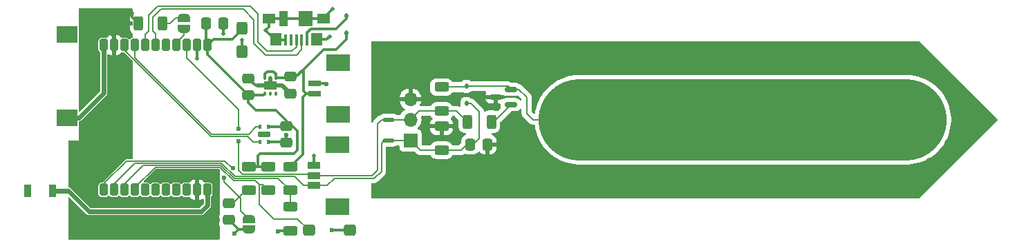
<source format=gtl>
%TF.GenerationSoftware,KiCad,Pcbnew,8.0.2*%
%TF.CreationDate,2024-06-14T11:54:08+02:00*%
%TF.ProjectId,LoraSensor,4c6f7261-5365-46e7-936f-722e6b696361,rev?*%
%TF.SameCoordinates,Original*%
%TF.FileFunction,Copper,L1,Top*%
%TF.FilePolarity,Positive*%
%FSLAX46Y46*%
G04 Gerber Fmt 4.6, Leading zero omitted, Abs format (unit mm)*
G04 Created by KiCad (PCBNEW 8.0.2) date 2024-06-14 11:54:08*
%MOMM*%
%LPD*%
G01*
G04 APERTURE LIST*
G04 Aperture macros list*
%AMRoundRect*
0 Rectangle with rounded corners*
0 $1 Rounding radius*
0 $2 $3 $4 $5 $6 $7 $8 $9 X,Y pos of 4 corners*
0 Add a 4 corners polygon primitive as box body*
4,1,4,$2,$3,$4,$5,$6,$7,$8,$9,$2,$3,0*
0 Add four circle primitives for the rounded corners*
1,1,$1+$1,$2,$3*
1,1,$1+$1,$4,$5*
1,1,$1+$1,$6,$7*
1,1,$1+$1,$8,$9*
0 Add four rect primitives between the rounded corners*
20,1,$1+$1,$2,$3,$4,$5,0*
20,1,$1+$1,$4,$5,$6,$7,0*
20,1,$1+$1,$6,$7,$8,$9,0*
20,1,$1+$1,$8,$9,$2,$3,0*%
%AMFreePoly0*
4,1,19,0.500000,-0.750000,0.000000,-0.750000,0.000000,-0.744911,-0.071157,-0.744911,-0.207708,-0.704816,-0.327430,-0.627875,-0.420627,-0.520320,-0.479746,-0.390866,-0.500000,-0.250000,-0.500000,0.250000,-0.479746,0.390866,-0.420627,0.520320,-0.327430,0.627875,-0.207708,0.704816,-0.071157,0.744911,0.000000,0.744911,0.000000,0.750000,0.500000,0.750000,0.500000,-0.750000,0.500000,-0.750000,
$1*%
%AMFreePoly1*
4,1,19,0.000000,0.744911,0.071157,0.744911,0.207708,0.704816,0.327430,0.627875,0.420627,0.520320,0.479746,0.390866,0.500000,0.250000,0.500000,-0.250000,0.479746,-0.390866,0.420627,-0.520320,0.327430,-0.627875,0.207708,-0.704816,0.071157,-0.744911,0.000000,-0.744911,0.000000,-0.750000,-0.500000,-0.750000,-0.500000,0.750000,0.000000,0.750000,0.000000,0.744911,0.000000,0.744911,
$1*%
G04 Aperture macros list end*
%TA.AperFunction,EtchedComponent*%
%ADD10C,0.000000*%
%TD*%
%TA.AperFunction,SMDPad,CuDef*%
%ADD11RoundRect,0.250000X0.625000X-0.312500X0.625000X0.312500X-0.625000X0.312500X-0.625000X-0.312500X0*%
%TD*%
%TA.AperFunction,SMDPad,CuDef*%
%ADD12RoundRect,0.349250X-0.412750X-0.349250X0.412750X-0.349250X0.412750X0.349250X-0.412750X0.349250X0*%
%TD*%
%TA.AperFunction,SMDPad,CuDef*%
%ADD13C,0.500000*%
%TD*%
%TA.AperFunction,SMDPad,CuDef*%
%ADD14RoundRect,0.250000X0.250000X0.500000X-0.250000X0.500000X-0.250000X-0.500000X0.250000X-0.500000X0*%
%TD*%
%TA.AperFunction,SMDPad,CuDef*%
%ADD15RoundRect,0.250000X-0.425000X0.537500X-0.425000X-0.537500X0.425000X-0.537500X0.425000X0.537500X0*%
%TD*%
%TA.AperFunction,SMDPad,CuDef*%
%ADD16RoundRect,0.250000X-0.312500X-0.625000X0.312500X-0.625000X0.312500X0.625000X-0.312500X0.625000X0*%
%TD*%
%TA.AperFunction,SMDPad,CuDef*%
%ADD17FreePoly0,270.000000*%
%TD*%
%TA.AperFunction,SMDPad,CuDef*%
%ADD18FreePoly1,270.000000*%
%TD*%
%TA.AperFunction,HeatsinkPad*%
%ADD19R,1.600000X1.000000*%
%TD*%
%TA.AperFunction,SMDPad,CuDef*%
%ADD20RoundRect,0.075000X0.075000X-0.150000X0.075000X0.150000X-0.075000X0.150000X-0.075000X-0.150000X0*%
%TD*%
%TA.AperFunction,SMDPad,CuDef*%
%ADD21RoundRect,0.112500X0.112500X-0.187500X0.112500X0.187500X-0.112500X0.187500X-0.112500X-0.187500X0*%
%TD*%
%TA.AperFunction,SMDPad,CuDef*%
%ADD22RoundRect,0.250000X-0.625000X0.312500X-0.625000X-0.312500X0.625000X-0.312500X0.625000X0.312500X0*%
%TD*%
%TA.AperFunction,SMDPad,CuDef*%
%ADD23R,0.450000X1.380000*%
%TD*%
%TA.AperFunction,SMDPad,CuDef*%
%ADD24R,1.650000X1.300000*%
%TD*%
%TA.AperFunction,SMDPad,CuDef*%
%ADD25R,1.425000X1.550000*%
%TD*%
%TA.AperFunction,SMDPad,CuDef*%
%ADD26R,1.800000X1.900000*%
%TD*%
%TA.AperFunction,SMDPad,CuDef*%
%ADD27R,1.000000X1.900000*%
%TD*%
%TA.AperFunction,SMDPad,CuDef*%
%ADD28R,3.000000X2.100000*%
%TD*%
%TA.AperFunction,SMDPad,CuDef*%
%ADD29R,1.600000X0.800000*%
%TD*%
%TA.AperFunction,SMDPad,CuDef*%
%ADD30R,0.863600X1.600200*%
%TD*%
%TA.AperFunction,ComponentPad*%
%ADD31R,1.700000X1.700000*%
%TD*%
%TA.AperFunction,ComponentPad*%
%ADD32O,1.700000X1.700000*%
%TD*%
%TA.AperFunction,SMDPad,CuDef*%
%ADD33RoundRect,0.250000X-0.337500X-0.475000X0.337500X-0.475000X0.337500X0.475000X-0.337500X0.475000X0*%
%TD*%
%TA.AperFunction,SMDPad,CuDef*%
%ADD34R,2.997200X2.108200*%
%TD*%
%TA.AperFunction,SMDPad,CuDef*%
%ADD35R,1.600200X0.812800*%
%TD*%
%TA.AperFunction,SMDPad,CuDef*%
%ADD36RoundRect,0.250000X-0.475000X0.337500X-0.475000X-0.337500X0.475000X-0.337500X0.475000X0.337500X0*%
%TD*%
%TA.AperFunction,SMDPad,CuDef*%
%ADD37R,2.500000X2.000000*%
%TD*%
%TA.AperFunction,SMDPad,CuDef*%
%ADD38O,50.000000X10.000000*%
%TD*%
%TA.AperFunction,SMDPad,CuDef*%
%ADD39RoundRect,0.250000X0.475000X-0.337500X0.475000X0.337500X-0.475000X0.337500X-0.475000X-0.337500X0*%
%TD*%
%TA.AperFunction,SMDPad,CuDef*%
%ADD40RoundRect,0.250000X0.337500X0.475000X-0.337500X0.475000X-0.337500X-0.475000X0.337500X-0.475000X0*%
%TD*%
%TA.AperFunction,SMDPad,CuDef*%
%ADD41RoundRect,0.087500X-0.087500X0.187500X-0.087500X-0.187500X0.087500X-0.187500X0.087500X0.187500X0*%
%TD*%
%TA.AperFunction,SMDPad,CuDef*%
%ADD42RoundRect,0.175000X-0.625000X0.175000X-0.625000X-0.175000X0.625000X-0.175000X0.625000X0.175000X0*%
%TD*%
%TA.AperFunction,SMDPad,CuDef*%
%ADD43RoundRect,0.150000X0.587500X0.150000X-0.587500X0.150000X-0.587500X-0.150000X0.587500X-0.150000X0*%
%TD*%
%TA.AperFunction,SMDPad,CuDef*%
%ADD44FreePoly1,90.000000*%
%TD*%
%TA.AperFunction,SMDPad,CuDef*%
%ADD45FreePoly0,90.000000*%
%TD*%
%TA.AperFunction,ViaPad*%
%ADD46C,0.600000*%
%TD*%
%TA.AperFunction,ViaPad*%
%ADD47C,0.500000*%
%TD*%
%TA.AperFunction,Conductor*%
%ADD48C,0.127000*%
%TD*%
%TA.AperFunction,Conductor*%
%ADD49C,0.304800*%
%TD*%
%TA.AperFunction,Conductor*%
%ADD50C,0.508000*%
%TD*%
%TA.AperFunction,Conductor*%
%ADD51C,0.200000*%
%TD*%
%TA.AperFunction,Conductor*%
%ADD52C,0.609600*%
%TD*%
G04 APERTURE END LIST*
D10*
%TA.AperFunction,EtchedComponent*%
%TO.C,NT1*%
G36*
X191889000Y-76450000D02*
G01*
X190889000Y-76450000D01*
X190889000Y-75950000D01*
X191889000Y-75950000D01*
X191889000Y-76450000D01*
G37*
%TD.AperFunction*%
%TA.AperFunction,EtchedComponent*%
%TO.C,NT2*%
G36*
X191889000Y-73910000D02*
G01*
X190889000Y-73910000D01*
X190889000Y-73410000D01*
X191889000Y-73410000D01*
X191889000Y-73910000D01*
G37*
%TD.AperFunction*%
%TD*%
D11*
%TO.P,R3,1*%
%TO.N,/BTN*%
X176657000Y-82361500D03*
%TO.P,R3,2*%
%TO.N,+3V3*%
X176657000Y-79436500D03*
%TD*%
D12*
%TO.P,SW1,2,2*%
%TO.N,GND*%
X186610000Y-87249000D03*
%TO.P,SW1,1,1*%
%TO.N,/BTN*%
X181610000Y-87249000D03*
%TD*%
D13*
%TO.P,NT1,1,1*%
%TO.N,/SENSE*%
X190889000Y-76200000D03*
%TO.P,NT1,2,2*%
%TO.N,/SENSE_SENSOR*%
X191889000Y-76200000D03*
%TD*%
D14*
%TO.P,U3,1,2.4G_Ant*%
%TO.N,Net-(AE1-FEED)*%
X169189400Y-82270600D03*
%TO.P,U3,2,GND*%
%TO.N,GND*%
X167919400Y-82270600D03*
%TO.P,U3,3,GPIO7*%
%TO.N,unconnected-(U3-GPIO7-Pad3)*%
X166649400Y-82270600D03*
%TO.P,U3,4,GPIO6*%
%TO.N,unconnected-(U3-GPIO6-Pad4)*%
X165379400Y-82270600D03*
%TO.P,U3,5,GPIO5*%
%TO.N,unconnected-(U3-GPIO5-Pad5)*%
X164109400Y-82270600D03*
%TO.P,U3,6,GPIO4*%
%TO.N,unconnected-(U3-GPIO4-Pad6)*%
X162839400Y-82270600D03*
%TO.P,U3,7,GPIO3*%
%TO.N,unconnected-(U3-GPIO3-Pad7)*%
X161569400Y-82270600D03*
%TO.P,U3,8,GPIO2*%
%TO.N,/BTN*%
X160299400Y-82270600D03*
%TO.P,U3,9,GPIO1*%
%TO.N,/BATSENSE*%
X159029400Y-82270600D03*
%TO.P,U3,10,GPIO0*%
%TO.N,/SENSE*%
X157759400Y-82270600D03*
%TO.P,U3,11,EN*%
%TO.N,/EN*%
X156489400Y-82270600D03*
%TO.P,U3,12,VDD*%
%TO.N,+3V3*%
X169189400Y-64490600D03*
%TO.P,U3,13,GND*%
%TO.N,GND*%
X167919400Y-64490600D03*
%TO.P,U3,14,GPIO10*%
%TO.N,/PWM*%
X166649400Y-64490600D03*
%TO.P,U3,15,GPIO9*%
%TO.N,/GPIO9*%
X165379400Y-64490600D03*
%TO.P,U3,16,GPIO8*%
%TO.N,unconnected-(U3-GPIO8-Pad16)*%
X164109400Y-64490600D03*
%TO.P,U3,17,GPIO18_DN*%
%TO.N,/DN*%
X162839400Y-64490600D03*
%TO.P,U3,18,GPIO19_DP*%
%TO.N,/DP*%
X161569400Y-64490600D03*
%TO.P,U3,19,GPIO20_RXD*%
%TO.N,/SCL*%
X160299400Y-64490600D03*
%TO.P,U3,20,GPIO21_TXD*%
%TO.N,/SDA*%
X159029400Y-64490600D03*
%TO.P,U3,21,GND*%
%TO.N,GND*%
X157759400Y-64490600D03*
%TO.P,U3,22,LoRa_Ant*%
%TO.N,Net-(AE2-FEED)*%
X156489400Y-64490600D03*
%TD*%
D15*
%TO.P,C3,1*%
%TO.N,+3V3*%
X173405800Y-62443500D03*
%TO.P,C3,2*%
%TO.N,GND*%
X173405800Y-65318500D03*
%TD*%
D13*
%TO.P,NT2,1,1*%
%TO.N,/PWM*%
X190889000Y-73660000D03*
%TO.P,NT2,2,2*%
%TO.N,/PWM_SENSOR*%
X191889000Y-73660000D03*
%TD*%
D16*
%TO.P,R7,1*%
%TO.N,/PWM_SENSOR*%
X201037000Y-73914000D03*
%TO.P,R7,2*%
%TO.N,Net-(Q1-B)*%
X203962000Y-73914000D03*
%TD*%
D17*
%TO.P,JP2,1,A*%
%TO.N,Net-(JP2-A)*%
X166293800Y-61173600D03*
D18*
%TO.P,JP2,2,B*%
%TO.N,/GPIO9*%
X166293800Y-62473600D03*
%TD*%
D19*
%TO.P,U1,7,PAD*%
%TO.N,GND*%
X176896000Y-69484000D03*
D20*
%TO.P,U1,6,IN*%
%TO.N,VIN*%
X176246000Y-68509000D03*
%TO.P,U1,5,GND*%
%TO.N,GND*%
X176896000Y-68509000D03*
%TO.P,U1,4,EN*%
%TO.N,VIN*%
X177546000Y-68509000D03*
%TO.P,U1,3,PG*%
%TO.N,unconnected-(U1-PG-Pad3)*%
X177546000Y-70459000D03*
%TO.P,U1,2,FB_NC*%
%TO.N,unconnected-(U1-FB_NC-Pad2)*%
X176896000Y-70459000D03*
%TO.P,U1,1,OUT*%
%TO.N,+3V3*%
X176246000Y-70459000D03*
%TD*%
D16*
%TO.P,R8,1*%
%TO.N,GND*%
X160767300Y-61849000D03*
%TO.P,R8,2*%
%TO.N,Net-(JP2-A)*%
X163692300Y-61849000D03*
%TD*%
D11*
%TO.P,R6,1*%
%TO.N,/SENSE_SENSOR*%
X197866000Y-77408500D03*
%TO.P,R6,2*%
%TO.N,GND*%
X197866000Y-74483500D03*
%TD*%
D21*
%TO.P,D1,1,K*%
%TO.N,VIN*%
X186182000Y-63026000D03*
%TO.P,D1,2,A*%
%TO.N,VBUS*%
X186182000Y-60926000D03*
%TD*%
D22*
%TO.P,R1,1*%
%TO.N,VIN*%
X179324000Y-79436500D03*
%TO.P,R1,2*%
%TO.N,/BATSENSE*%
X179324000Y-82361500D03*
%TD*%
D23*
%TO.P,J2,1,VBUS*%
%TO.N,VBUS*%
X181386000Y-63883600D03*
%TO.P,J2,2,D-*%
%TO.N,/DN*%
X180736000Y-63883600D03*
%TO.P,J2,3,D+*%
%TO.N,/DP*%
X180086000Y-63883600D03*
%TO.P,J2,4,ID*%
%TO.N,unconnected-(J2-ID-Pad4)*%
X179436000Y-63883600D03*
%TO.P,J2,5,GND*%
%TO.N,GND*%
X178786000Y-63883600D03*
D24*
%TO.P,J2,6,Shield*%
X183461000Y-61223600D03*
D25*
X182573500Y-63798600D03*
D26*
X181236000Y-61223600D03*
D27*
X178536000Y-61223600D03*
D25*
X177598500Y-63798600D03*
D24*
X176711000Y-61223600D03*
%TD*%
D28*
%TO.P,J1,*%
%TO.N,*%
X185185000Y-66675000D03*
X185185000Y-73025000D03*
D29*
%TO.P,J1,1,Pin_1*%
%TO.N,VIN*%
X182285000Y-70475000D03*
%TO.P,J1,2,Pin_2*%
%TO.N,GND*%
X182285000Y-69225000D03*
%TD*%
D30*
%TO.P,AE1,1,FEED*%
%TO.N,Net-(AE1-FEED)*%
X150266201Y-82397600D03*
%TO.P,AE1,2,PCB_Trace*%
%TO.N,unconnected-(AE1-PCB_Trace-Pad2)*%
X147218599Y-82397600D03*
%TD*%
D31*
%TO.P,J6,1,Pin_1*%
%TO.N,/SENSE_SENSOR*%
X194056000Y-76200000D03*
D32*
%TO.P,J6,2,Pin_2*%
%TO.N,/PWM_SENSOR*%
X194056000Y-73660000D03*
%TO.P,J6,3,Pin_3*%
%TO.N,GND*%
X194056000Y-71120000D03*
%TD*%
D11*
%TO.P,R5,1*%
%TO.N,/PWM_SENSOR*%
X197866000Y-72582500D03*
%TO.P,R5,2*%
%TO.N,/CAP*%
X197866000Y-69657500D03*
%TD*%
D33*
%TO.P,C5,1*%
%TO.N,/SENSE_SENSOR*%
X201400500Y-76708000D03*
%TO.P,C5,2*%
%TO.N,GND*%
X203475500Y-76708000D03*
%TD*%
D21*
%TO.P,D2,1,K*%
%TO.N,/SENSE_SENSOR*%
X200914000Y-71662000D03*
%TO.P,D2,2,A*%
%TO.N,/CAP*%
X200914000Y-69562000D03*
%TD*%
D34*
%TO.P,J5,*%
%TO.N,*%
X185154499Y-84318000D03*
X185154499Y-76718000D03*
D35*
%TO.P,J5,1,Pin_1*%
%TO.N,/SENSE*%
X182254500Y-81768000D03*
%TO.P,J5,2,Pin_2*%
%TO.N,/PWM*%
X182254500Y-80518000D03*
%TO.P,J5,3,Pin_3*%
%TO.N,GND*%
X182254500Y-79268000D03*
%TD*%
D36*
%TO.P,C1,2*%
%TO.N,+3V3*%
X174210000Y-70648500D03*
%TO.P,C1,1*%
%TO.N,GND*%
X174210000Y-68573500D03*
%TD*%
D11*
%TO.P,R2,2*%
%TO.N,/BATSENSE*%
X179324000Y-84389500D03*
%TO.P,R2,1*%
%TO.N,GND*%
X179324000Y-87314500D03*
%TD*%
D37*
%TO.P,AE2,1,FEED*%
%TO.N,Net-(AE2-FEED)*%
X151978000Y-73400600D03*
%TO.P,AE2,2,PCB_Trace*%
%TO.N,unconnected-(AE2-PCB_Trace-Pad2)*%
X151978000Y-63200600D03*
%TD*%
D38*
%TO.P,J4,1,Pin_1*%
%TO.N,/CAP*%
X234760000Y-73660000D03*
%TD*%
D39*
%TO.P,C2,2*%
%TO.N,VIN*%
X179324000Y-68389501D03*
%TO.P,C2,1*%
%TO.N,GND*%
X179324000Y-70464501D03*
%TD*%
D40*
%TO.P,C4,1*%
%TO.N,GND*%
X171141300Y-61849000D03*
%TO.P,C4,2*%
%TO.N,+3V3*%
X169066300Y-61849000D03*
%TD*%
D41*
%TO.P,U2,1,VDD*%
%TO.N,+3V3*%
X176645750Y-74549000D03*
%TO.P,U2,2,SCL*%
%TO.N,/SCL*%
X175645750Y-74549000D03*
%TO.P,U2,3,SDA*%
%TO.N,/SDA*%
X175645750Y-76399000D03*
%TO.P,U2,4,VSS*%
%TO.N,GND*%
X176645750Y-76399000D03*
D42*
%TO.P,U2,5,NC*%
%TO.N,unconnected-(U2-NC-Pad5)*%
X176145750Y-75474000D03*
%TD*%
D39*
%TO.P,C6,1*%
%TO.N,GND*%
X171831000Y-86000500D03*
%TO.P,C6,2*%
%TO.N,/EN*%
X171831000Y-83925500D03*
%TD*%
D43*
%TO.P,Q1,1,B*%
%TO.N,Net-(Q1-B)*%
X206345000Y-71816000D03*
%TO.P,Q1,2,E*%
%TO.N,/CAP*%
X206345000Y-69916000D03*
%TO.P,Q1,3,C*%
%TO.N,GND*%
X204470000Y-70866000D03*
%TD*%
D11*
%TO.P,R9,1*%
%TO.N,/EN*%
X174244000Y-82361500D03*
%TO.P,R9,2*%
%TO.N,+3V3*%
X174244000Y-79436500D03*
%TD*%
D36*
%TO.P,C7,1*%
%TO.N,+3V3*%
X178812750Y-74436500D03*
%TO.P,C7,2*%
%TO.N,GND*%
X178812750Y-76511500D03*
%TD*%
D44*
%TO.P,JP1,2,B*%
%TO.N,/EN*%
X174244000Y-85837000D03*
D45*
%TO.P,JP1,1,A*%
%TO.N,GND*%
X174244000Y-87137000D03*
%TD*%
D46*
%TO.N,GND*%
X172466000Y-87630000D03*
X177800000Y-87376000D03*
X178816000Y-75565000D03*
%TO.N,/PWM*%
X172974000Y-74803000D03*
X172974000Y-76327000D03*
%TO.N,GND*%
X184404000Y-87249000D03*
D47*
X155702000Y-88138000D03*
X159969200Y-60553600D03*
X155448000Y-70104000D03*
X159512000Y-84074000D03*
X153924000Y-71628000D03*
X157302200Y-67614800D03*
X166370000Y-88138000D03*
X155194000Y-74930000D03*
X152654000Y-77978000D03*
X166878000Y-80772000D03*
X159258000Y-85852000D03*
X153847800Y-63404750D03*
X169418000Y-88138000D03*
X154686000Y-85852000D03*
X157734000Y-74930000D03*
X163322000Y-84074000D03*
X176276000Y-62677600D03*
X154838400Y-62407800D03*
X158750000Y-88138000D03*
X155702000Y-84074000D03*
X153847800Y-70485000D03*
X168656000Y-88138000D03*
X163322000Y-88138000D03*
X156464000Y-75946000D03*
X157276800Y-61468000D03*
X167132000Y-88138000D03*
X161036000Y-84074000D03*
X161798000Y-88138000D03*
X153416000Y-84836000D03*
X163068000Y-85852000D03*
X152400000Y-85852000D03*
X167894000Y-88138000D03*
X184525597Y-60046135D03*
X157734000Y-85852000D03*
X164846000Y-88138000D03*
X155448000Y-86868000D03*
X157302200Y-69138800D03*
X170180000Y-84328000D03*
X156514800Y-71501000D03*
X152908000Y-84328000D03*
X153847800Y-66929000D03*
X166878000Y-85852000D03*
X159181800Y-68707002D03*
X153847800Y-74168000D03*
X157302200Y-66852800D03*
X153924000Y-78740000D03*
X153416000Y-88138000D03*
X157734000Y-73152000D03*
X170180000Y-85852000D03*
X154178000Y-80518000D03*
X167640000Y-86868000D03*
X162814000Y-80772000D03*
X205740000Y-76708000D03*
X152400000Y-88138000D03*
X159181800Y-70315668D03*
X158165800Y-67966166D03*
X163830000Y-85852000D03*
X156210000Y-85852000D03*
X152400000Y-83820000D03*
X163068000Y-86868000D03*
X158191200Y-66751200D03*
X157022800Y-62738000D03*
X158750000Y-84074000D03*
X154940000Y-88138000D03*
X157988000Y-88138000D03*
X154432000Y-83312000D03*
X159512000Y-74676000D03*
X158496000Y-85852000D03*
X154609800Y-69596000D03*
X155600400Y-65455800D03*
X157988000Y-76708000D03*
X159512000Y-76708000D03*
X154609800Y-60833000D03*
X152654000Y-80264000D03*
X202692000Y-70866000D03*
X155498800Y-72517000D03*
X152400000Y-87376000D03*
X170180000Y-81788000D03*
X158927800Y-65913000D03*
X153847800Y-75057000D03*
X184150000Y-63439600D03*
X164846000Y-80772000D03*
X160020000Y-85852000D03*
X155600400Y-69342000D03*
X157480000Y-79248000D03*
X167640000Y-85852000D03*
X152654000Y-79502000D03*
X164592000Y-85852000D03*
X167894000Y-80518000D03*
X153847800Y-65166875D03*
X157226000Y-84074000D03*
X156514800Y-60706000D03*
X159004000Y-86868000D03*
X154940000Y-70612000D03*
X157226000Y-86868000D03*
D46*
X183743600Y-69240400D03*
D47*
X152654000Y-77216000D03*
X156083000Y-62077600D03*
X155600400Y-67056000D03*
X161036000Y-86868000D03*
X175330600Y-69469500D03*
X155194000Y-79248000D03*
X156006800Y-72009000D03*
X156972000Y-85852000D03*
X159512000Y-75692000D03*
X160274000Y-88138000D03*
X153847800Y-68691125D03*
X154990800Y-73025000D03*
X182245000Y-78105000D03*
X162306000Y-85852000D03*
X167132000Y-84074000D03*
X170180000Y-83566000D03*
X169672000Y-85090000D03*
X152400000Y-86614000D03*
X154482800Y-73533000D03*
X161036000Y-88138000D03*
X152400000Y-85090000D03*
X163830000Y-80772000D03*
X158242000Y-78486000D03*
X162560000Y-88138000D03*
X158165800Y-71374000D03*
X168910000Y-80772000D03*
X153416000Y-82296000D03*
X155956000Y-80772000D03*
X167944800Y-66167000D03*
X173405800Y-63881000D03*
X156464000Y-88138000D03*
X161544000Y-85852000D03*
X152654000Y-78740000D03*
X166116000Y-85852000D03*
X155448000Y-85852000D03*
X170180000Y-87376000D03*
X170180000Y-88138000D03*
X168402000Y-85852000D03*
X157302200Y-66090800D03*
X199390000Y-74676000D03*
X154584400Y-66040000D03*
X171119800Y-63101600D03*
X157937200Y-62331600D03*
X153924000Y-82804000D03*
X153670000Y-86868000D03*
X161798000Y-84074000D03*
X157302200Y-70662800D03*
X157226000Y-88138000D03*
X155600400Y-68580000D03*
X165608000Y-88138000D03*
X157302200Y-69900800D03*
X152908000Y-81788000D03*
X160782000Y-85852000D03*
X156464000Y-84074000D03*
X164084000Y-88138000D03*
X159512000Y-72644000D03*
X169926000Y-80772000D03*
X157302200Y-68376800D03*
X159512000Y-73660000D03*
X159512000Y-71628000D03*
X152654000Y-76454000D03*
X167894000Y-84074000D03*
X153924000Y-75946000D03*
X157988000Y-84074000D03*
X155194000Y-81534000D03*
X164846000Y-84074000D03*
X165354000Y-86868000D03*
X160274000Y-84074000D03*
X156718000Y-80010000D03*
X166370000Y-84074000D03*
X170180000Y-86614000D03*
X159258000Y-77978000D03*
X156718000Y-77978000D03*
X155600400Y-66294000D03*
X164084000Y-84074000D03*
X156464000Y-74168000D03*
X159181800Y-67098336D03*
X169164000Y-85598000D03*
X154432000Y-71120000D03*
X153416000Y-76708000D03*
X153847800Y-61642625D03*
X155371800Y-64033400D03*
X155371800Y-64770000D03*
X165608000Y-84074000D03*
X158165800Y-69511332D03*
X162560000Y-84074000D03*
X154178000Y-88138000D03*
X158038800Y-60706000D03*
X153924000Y-85344000D03*
X155600400Y-67818000D03*
X165354000Y-85852000D03*
X155524200Y-63220600D03*
X154609800Y-67818000D03*
X154940000Y-83820000D03*
X152654000Y-81026000D03*
X165862000Y-80772000D03*
X159512000Y-88138000D03*
X154940000Y-77216000D03*
D46*
%TO.N,/EN*%
X172339000Y-79629000D03*
X171196000Y-80772000D03*
%TD*%
D48*
%TO.N,/EN*%
X173228000Y-84821000D02*
X174244000Y-85837000D01*
X173101000Y-83185000D02*
X173228000Y-83312000D01*
X173228000Y-83312000D02*
X173228000Y-84821000D01*
X172360500Y-83925500D02*
X173101000Y-83185000D01*
X171831000Y-83925500D02*
X172360500Y-83925500D01*
D49*
%TO.N,GND*%
X172474500Y-87630000D02*
X172466000Y-87630000D01*
X172967500Y-87137000D02*
X172474500Y-87630000D01*
X172967500Y-87137000D02*
X174244000Y-87137000D01*
X171831000Y-86000500D02*
X172967500Y-87137000D01*
D48*
%TO.N,/PWM*%
X190500000Y-73660000D02*
X190889000Y-73660000D01*
X189992000Y-74168000D02*
X190500000Y-73660000D01*
X189357000Y-80518000D02*
X189992000Y-79883000D01*
X182254500Y-80518000D02*
X189357000Y-80518000D01*
X189992000Y-79883000D02*
X189992000Y-74168000D01*
%TO.N,/SENSE*%
X190500000Y-76589000D02*
X190889000Y-76200000D01*
X190500000Y-80010000D02*
X190500000Y-76589000D01*
X184753003Y-80899000D02*
X189611000Y-80899000D01*
X182254500Y-81768000D02*
X183884003Y-81768000D01*
X183884003Y-81768000D02*
X184753003Y-80899000D01*
X189611000Y-80899000D02*
X190500000Y-80010000D01*
D49*
%TO.N,GND*%
X170285500Y-87270500D02*
X170180000Y-87376000D01*
D48*
%TO.N,/EN*%
X171196000Y-81280000D02*
X173101000Y-83185000D01*
X171196000Y-80772000D02*
X171196000Y-81280000D01*
X173924500Y-82361500D02*
X173101000Y-83185000D01*
X174244000Y-82361500D02*
X173924500Y-82361500D01*
D49*
%TO.N,GND*%
X174110500Y-87270500D02*
X174244000Y-87137000D01*
X177861500Y-87314500D02*
X177800000Y-87376000D01*
X179324000Y-87314500D02*
X177861500Y-87314500D01*
D48*
%TO.N,/BTN*%
X175956500Y-81661000D02*
X176657000Y-82361500D01*
X175514000Y-81661000D02*
X175956500Y-81661000D01*
X180213000Y-85852000D02*
X181610000Y-87249000D01*
X177292000Y-85852000D02*
X180213000Y-85852000D01*
X175514000Y-84074000D02*
X177292000Y-85852000D01*
X175006000Y-81153000D02*
X175514000Y-81661000D01*
X172375954Y-81153000D02*
X175006000Y-81153000D01*
X170724954Y-79502000D02*
X172375954Y-81153000D01*
X162814000Y-79502000D02*
X170724954Y-79502000D01*
X160299400Y-82270600D02*
X160299400Y-82016600D01*
X175514000Y-81661000D02*
X175514000Y-84074000D01*
X160299400Y-82016600D02*
X162814000Y-79502000D01*
%TO.N,/BATSENSE*%
X179324000Y-82361500D02*
X179324000Y-84389500D01*
X177861500Y-80899000D02*
X179324000Y-82361500D01*
X172481164Y-80899000D02*
X177861500Y-80899000D01*
X170830164Y-79248000D02*
X172481164Y-80899000D01*
X159029400Y-81520600D02*
X161302000Y-79248000D01*
X161302000Y-79248000D02*
X170830164Y-79248000D01*
X159029400Y-82270600D02*
X159029400Y-81520600D01*
D49*
%TO.N,+3V3*%
X179768500Y-77851000D02*
X175641000Y-77851000D01*
X180213000Y-77406500D02*
X179768500Y-77851000D01*
X180213000Y-75057000D02*
X180213000Y-77406500D01*
X175641000Y-77851000D02*
X175387000Y-78105000D01*
X179592500Y-74436500D02*
X180213000Y-75057000D01*
X178812750Y-74436500D02*
X179592500Y-74436500D01*
X175387000Y-78105000D02*
X175387000Y-79436500D01*
X175387000Y-79436500D02*
X174244000Y-79436500D01*
X176657000Y-79436500D02*
X175387000Y-79436500D01*
X176911000Y-79436500D02*
X176911000Y-79375000D01*
%TO.N,GND*%
X178812750Y-75568250D02*
X178816000Y-75565000D01*
X178812750Y-76511500D02*
X178812750Y-75568250D01*
D48*
%TO.N,/SENSE*%
X180955000Y-81768000D02*
X182254500Y-81768000D01*
X160286000Y-78994000D02*
X170935374Y-78994000D01*
X170935374Y-78994000D02*
X172586374Y-80645000D01*
X157759400Y-81520600D02*
X160286000Y-78994000D01*
X179832000Y-80645000D02*
X180955000Y-81768000D01*
X157759400Y-82270600D02*
X157759400Y-81520600D01*
X172586374Y-80645000D02*
X179832000Y-80645000D01*
%TO.N,/EN*%
X156489400Y-81508600D02*
X156489400Y-82270600D01*
X159258000Y-78740000D02*
X156489400Y-81508600D01*
X171323000Y-78740000D02*
X159258000Y-78740000D01*
X172339000Y-79629000D02*
X172212000Y-79629000D01*
X172212000Y-79629000D02*
X171323000Y-78740000D01*
%TO.N,/PWM*%
X182127500Y-80391000D02*
X182254500Y-80518000D01*
X172974000Y-79883000D02*
X173482000Y-80391000D01*
X172974000Y-76327000D02*
X172974000Y-79883000D01*
X173482000Y-80391000D02*
X182127500Y-80391000D01*
X172974000Y-72390000D02*
X172974000Y-74803000D01*
X170180000Y-69596000D02*
X172974000Y-72390000D01*
%TO.N,/SCL*%
X169701010Y-75438000D02*
X174244000Y-75438000D01*
X174244000Y-75438000D02*
X175133000Y-74549000D01*
X160299400Y-66036390D02*
X169701010Y-75438000D01*
X160299400Y-64490600D02*
X160299400Y-66036390D01*
X175133000Y-74549000D02*
X175645750Y-74549000D01*
%TO.N,/SDA*%
X174117000Y-75692000D02*
X174824000Y-76399000D01*
X174824000Y-76399000D02*
X175645750Y-76399000D01*
X159029400Y-65125600D02*
X169595800Y-75692000D01*
X169595800Y-75692000D02*
X174117000Y-75692000D01*
X159029400Y-64490600D02*
X159029400Y-65125600D01*
D49*
%TO.N,VIN*%
X180848000Y-77912500D02*
X179324000Y-79436500D01*
X180848000Y-70896800D02*
X180848000Y-77912500D01*
X181269800Y-70475000D02*
X180848000Y-70896800D01*
%TO.N,+3V3*%
X178812750Y-73783750D02*
X178812750Y-74436500D01*
X175133000Y-72517000D02*
X177546000Y-72517000D01*
X177546000Y-72517000D02*
X178812750Y-73783750D01*
X174210000Y-71594000D02*
X175133000Y-72517000D01*
X174210000Y-70648500D02*
X174210000Y-71594000D01*
X169189400Y-65627900D02*
X174210000Y-70648500D01*
X169189400Y-64490600D02*
X169189400Y-65627900D01*
%TO.N,VIN*%
X184912000Y-65024000D02*
X183388000Y-65024000D01*
X186182000Y-63754000D02*
X184912000Y-65024000D01*
X186182000Y-63026000D02*
X186182000Y-63754000D01*
X183388000Y-65024000D02*
X180949600Y-67462400D01*
X180022499Y-68389501D02*
X180949600Y-67462400D01*
X179324000Y-68389501D02*
X180022499Y-68389501D01*
X179324000Y-68389501D02*
X179324000Y-68199000D01*
X179324000Y-68389501D02*
X179402499Y-68468000D01*
%TO.N,/EN*%
X174667434Y-81976500D02*
X174244000Y-81976500D01*
X174963888Y-81976500D02*
X174244000Y-81976500D01*
%TO.N,GND*%
X186610000Y-87249000D02*
X184404000Y-87249000D01*
X159969200Y-60553600D02*
X159969200Y-61050900D01*
X204470000Y-70866000D02*
X202692000Y-70866000D01*
X181236000Y-61223600D02*
X183461000Y-61223600D01*
X178700250Y-76399000D02*
X178812750Y-76511500D01*
X171141300Y-61849000D02*
X171141300Y-63080100D01*
X183791000Y-63798600D02*
X184150000Y-63439600D01*
X203913000Y-76708000D02*
X205740000Y-76708000D01*
X182245000Y-78105000D02*
X182245000Y-79258500D01*
X175345100Y-69484000D02*
X175330600Y-69469500D01*
X176711000Y-62242600D02*
X176276000Y-62677600D01*
X157022800Y-62738000D02*
X157759400Y-63474600D01*
X182285000Y-69225000D02*
X183728200Y-69225000D01*
X167919400Y-64490600D02*
X167919400Y-66141600D01*
X184525597Y-60046135D02*
X183461000Y-61110732D01*
X178812750Y-76511500D02*
X178588050Y-76511500D01*
X183461000Y-61110732D02*
X183461000Y-61223600D01*
X178786000Y-63883600D02*
X177683500Y-63883600D01*
D50*
X178343499Y-69484000D02*
X179324000Y-70464501D01*
D49*
X199197500Y-74483500D02*
X199390000Y-74676000D01*
X176711000Y-61223600D02*
X178536000Y-61223600D01*
D50*
X176896000Y-69484000D02*
X178343499Y-69484000D01*
D49*
X159969200Y-61050900D02*
X160767300Y-61849000D01*
X167919400Y-66141600D02*
X167944800Y-66167000D01*
X176645750Y-76399000D02*
X178700250Y-76399000D01*
X182245000Y-79258500D02*
X182254500Y-79268000D01*
X182573500Y-63798600D02*
X183791000Y-63798600D01*
X177598500Y-63798600D02*
X177397000Y-63798600D01*
X177397000Y-63798600D02*
X176276000Y-62677600D01*
X173405800Y-65318500D02*
X173405800Y-63881000D01*
X175106000Y-69469500D02*
X174210000Y-68573500D01*
X171141300Y-63080100D02*
X171119800Y-63101600D01*
D50*
X176896000Y-69484000D02*
X176896000Y-68509000D01*
D49*
X157759400Y-63474600D02*
X157759400Y-64490600D01*
D50*
X176896000Y-69484000D02*
X175345100Y-69484000D01*
D49*
X178536000Y-61223600D02*
X181236000Y-61223600D01*
X197866000Y-74483500D02*
X199197500Y-74483500D01*
X183728200Y-69225000D02*
X183743600Y-69240400D01*
X175330600Y-69469500D02*
X175106000Y-69469500D01*
X176711000Y-61223600D02*
X176711000Y-62242600D01*
%TO.N,VIN*%
X180949600Y-69350899D02*
X180949600Y-70154800D01*
X177283500Y-67746001D02*
X177546000Y-68008501D01*
X176246000Y-68038501D02*
X176538500Y-67746001D01*
X177546000Y-68008501D02*
X177546000Y-68509000D01*
X176246000Y-68509000D02*
X176246000Y-68038501D01*
X176538500Y-67746001D02*
X176911000Y-67746001D01*
X181269800Y-70475000D02*
X182285000Y-70475000D01*
X179204501Y-68509000D02*
X179324000Y-68389501D01*
X177546000Y-68509000D02*
X179204501Y-68509000D01*
X176911000Y-67746001D02*
X177283500Y-67746001D01*
X180949600Y-67462400D02*
X180949600Y-69350899D01*
X180949600Y-70154800D02*
X181269800Y-70475000D01*
%TO.N,+3V3*%
X173405800Y-62611000D02*
X172262800Y-63754000D01*
X176056500Y-70648500D02*
X176246000Y-70459000D01*
X169066300Y-61849000D02*
X169066300Y-64367500D01*
X174210000Y-70648500D02*
X176056500Y-70648500D01*
X169926000Y-63754000D02*
X169189400Y-64490600D01*
X176645750Y-74549000D02*
X178700250Y-74549000D01*
X172262800Y-63754000D02*
X169926000Y-63754000D01*
X173405800Y-62443500D02*
X173405800Y-62611000D01*
X169066300Y-64367500D02*
X169189400Y-64490600D01*
X178700250Y-74549000D02*
X178812750Y-74436500D01*
D51*
%TO.N,/CAP*%
X208280000Y-70866000D02*
X208280000Y-72898000D01*
X207330000Y-69916000D02*
X208280000Y-70866000D01*
X205991000Y-69562000D02*
X206345000Y-69916000D01*
X200914000Y-69562000D02*
X205991000Y-69562000D01*
X200818500Y-69657500D02*
X200914000Y-69562000D01*
X206345000Y-69916000D02*
X207330000Y-69916000D01*
X209042000Y-73660000D02*
X234760000Y-73660000D01*
X208280000Y-72898000D02*
X209042000Y-73660000D01*
X197866000Y-69657500D02*
X200818500Y-69657500D01*
D49*
%TO.N,VBUS*%
X184912000Y-62484000D02*
X186182000Y-61214000D01*
X181386000Y-63883600D02*
X181386000Y-62962000D01*
X181386000Y-62962000D02*
X181864000Y-62484000D01*
X186182000Y-61214000D02*
X186182000Y-60926000D01*
X181864000Y-62484000D02*
X184912000Y-62484000D01*
D48*
%TO.N,/GPIO9*%
X165379400Y-64168400D02*
X165379400Y-64490600D01*
X166293800Y-62473600D02*
X166293800Y-63254000D01*
X166293800Y-63254000D02*
X165379400Y-64168400D01*
%TO.N,/SDA*%
X175637750Y-76407000D02*
X175645750Y-76399000D01*
%TO.N,/DP*%
X161975800Y-60833000D02*
X161975800Y-62738000D01*
X180086000Y-64709600D02*
X179549000Y-65246600D01*
X174472600Y-59740800D02*
X163068000Y-59740800D01*
X180086000Y-63883600D02*
X180086000Y-64709600D01*
X161975800Y-62738000D02*
X161569400Y-63144400D01*
X163068000Y-59740800D02*
X161975800Y-60833000D01*
X175358000Y-64108400D02*
X175358000Y-60626200D01*
X176496200Y-65246600D02*
X175358000Y-64108400D01*
X161569400Y-63144400D02*
X161569400Y-64490600D01*
X179549000Y-65246600D02*
X176496200Y-65246600D01*
X175358000Y-60626200D02*
X174472600Y-59740800D01*
%TO.N,/DN*%
X162839400Y-63093600D02*
X162839400Y-64490600D01*
X162483800Y-62738000D02*
X162839400Y-63093600D01*
X180115000Y-65696600D02*
X176309800Y-65696600D01*
X174908000Y-64294800D02*
X174908000Y-61370000D01*
X180736000Y-63883600D02*
X180736000Y-65075600D01*
X176309800Y-65696600D02*
X174908000Y-64294800D01*
X162483800Y-61087000D02*
X162483800Y-62738000D01*
X180736000Y-65075600D02*
X180115000Y-65696600D01*
X173583600Y-60045600D02*
X163525200Y-60045600D01*
X174908000Y-61370000D02*
X173583600Y-60045600D01*
X163525200Y-60045600D02*
X162483800Y-61087000D01*
D51*
%TO.N,Net-(Q1-B)*%
X203962000Y-73914000D02*
X204247000Y-73914000D01*
X204247000Y-73914000D02*
X206345000Y-71816000D01*
%TO.N,/SENSE_SENSOR*%
X201676000Y-76708000D02*
X200963000Y-76708000D01*
X197866000Y-77408500D02*
X200262500Y-77408500D01*
X191889000Y-76200000D02*
X194056000Y-76200000D01*
X200262500Y-77408500D02*
X200963000Y-76708000D01*
X200914000Y-71662000D02*
X201456000Y-71662000D01*
X194056000Y-76200000D02*
X195264500Y-77408500D01*
X201456000Y-71662000D02*
X202438000Y-72644000D01*
X195264500Y-77408500D02*
X197866000Y-77408500D01*
X202438000Y-75946000D02*
X201676000Y-76708000D01*
X202438000Y-72644000D02*
X202438000Y-75946000D01*
%TO.N,/PWM_SENSOR*%
X194056000Y-73660000D02*
X195133500Y-72582500D01*
X195133500Y-72582500D02*
X195326000Y-72582500D01*
X197866000Y-72582500D02*
X199705500Y-72582500D01*
X191889000Y-73660000D02*
X194056000Y-73660000D01*
X195326000Y-72582500D02*
X197866000Y-72582500D01*
X199705500Y-72582500D02*
X201037000Y-73914000D01*
D48*
%TO.N,/PWM*%
X166649400Y-66065400D02*
X170180000Y-69596000D01*
X166649400Y-64490600D02*
X166649400Y-66065400D01*
%TO.N,Net-(JP2-A)*%
X165292800Y-61173600D02*
X166293800Y-61173600D01*
X164617400Y-61849000D02*
X165292800Y-61173600D01*
X163692300Y-61849000D02*
X164617400Y-61849000D01*
D52*
%TO.N,Net-(AE1-FEED)*%
X154686000Y-84937600D02*
X152146000Y-82397600D01*
X168452800Y-84937600D02*
X154686000Y-84937600D01*
X169189400Y-84201000D02*
X168452800Y-84937600D01*
X152146000Y-82397600D02*
X150266201Y-82397600D01*
X169189400Y-82270600D02*
X169189400Y-84201000D01*
%TO.N,Net-(AE2-FEED)*%
X156489400Y-70360796D02*
X153449596Y-73400600D01*
X153449596Y-73400600D02*
X151978000Y-73400600D01*
X156489400Y-64490600D02*
X156489400Y-70360796D01*
%TD*%
%TA.AperFunction,Conductor*%
%TO.N,GND*%
G36*
X256255468Y-64000502D02*
G01*
X256263703Y-64000501D01*
X256263708Y-64000503D01*
X256281319Y-64000502D01*
X256348356Y-64020180D01*
X256369006Y-64036820D01*
X265904505Y-73572318D01*
X265937990Y-73633641D01*
X265933006Y-73703333D01*
X265904505Y-73747680D01*
X256369005Y-83283179D01*
X256307682Y-83316664D01*
X256281320Y-83319497D01*
X256263708Y-83319497D01*
X256263706Y-83319497D01*
X256255468Y-83319497D01*
X256255424Y-83319500D01*
X189354000Y-83319500D01*
X189286961Y-83299815D01*
X189241206Y-83247011D01*
X189230000Y-83195500D01*
X189230000Y-81587000D01*
X189249685Y-81519961D01*
X189302489Y-81474206D01*
X189354000Y-81463000D01*
X189685251Y-81463000D01*
X189685253Y-81463000D01*
X189828696Y-81424565D01*
X189957304Y-81350313D01*
X190062313Y-81245304D01*
X190062313Y-81245302D01*
X190072517Y-81235099D01*
X190072521Y-81235094D01*
X190836094Y-80471521D01*
X190836099Y-80471517D01*
X190846302Y-80461313D01*
X190846304Y-80461313D01*
X190951313Y-80356304D01*
X191025565Y-80227696D01*
X191064000Y-80084252D01*
X191064000Y-77079500D01*
X191083685Y-77012461D01*
X191136489Y-76966706D01*
X191188000Y-76955500D01*
X191889000Y-76955500D01*
X191960940Y-76950355D01*
X191968350Y-76948178D01*
X191989386Y-76943937D01*
X192057059Y-76936313D01*
X192216690Y-76880456D01*
X192313691Y-76819505D01*
X192379663Y-76800500D01*
X192581501Y-76800500D01*
X192648540Y-76820185D01*
X192694295Y-76872989D01*
X192705501Y-76924500D01*
X192705501Y-77097876D01*
X192711908Y-77157483D01*
X192762202Y-77292328D01*
X192762206Y-77292335D01*
X192848452Y-77407544D01*
X192848455Y-77407547D01*
X192963664Y-77493793D01*
X192963671Y-77493797D01*
X193098517Y-77544091D01*
X193098516Y-77544091D01*
X193105444Y-77544835D01*
X193158127Y-77550500D01*
X194505902Y-77550499D01*
X194572941Y-77570184D01*
X194593583Y-77586818D01*
X194779639Y-77772874D01*
X194779649Y-77772885D01*
X194783979Y-77777215D01*
X194783980Y-77777216D01*
X194895784Y-77889020D01*
X194954639Y-77922999D01*
X194982595Y-77939139D01*
X194982597Y-77939141D01*
X195020651Y-77961111D01*
X195032715Y-77968077D01*
X195185443Y-78009000D01*
X196467652Y-78009000D01*
X196534691Y-78028685D01*
X196573189Y-78067901D01*
X196648288Y-78189656D01*
X196772344Y-78313712D01*
X196921666Y-78405814D01*
X197088203Y-78460999D01*
X197190991Y-78471500D01*
X198541008Y-78471499D01*
X198643797Y-78460999D01*
X198810334Y-78405814D01*
X198959656Y-78313712D01*
X199083712Y-78189656D01*
X199158809Y-78067902D01*
X199210757Y-78021179D01*
X199264348Y-78009000D01*
X200175831Y-78009000D01*
X200175847Y-78009001D01*
X200183443Y-78009001D01*
X200341554Y-78009001D01*
X200341557Y-78009001D01*
X200494285Y-77968077D01*
X200544404Y-77939139D01*
X200631216Y-77889020D01*
X200631224Y-77889011D01*
X200632303Y-77888185D01*
X200633390Y-77887764D01*
X200638255Y-77884956D01*
X200638692Y-77885714D01*
X200697471Y-77862987D01*
X200746794Y-77868850D01*
X200910203Y-77922999D01*
X201012991Y-77933500D01*
X201788008Y-77933499D01*
X201788016Y-77933498D01*
X201788019Y-77933498D01*
X201844302Y-77927748D01*
X201890797Y-77922999D01*
X202057334Y-77867814D01*
X202206656Y-77775712D01*
X202330712Y-77651656D01*
X202332752Y-77648347D01*
X202334745Y-77646555D01*
X202335193Y-77645989D01*
X202335289Y-77646065D01*
X202384694Y-77601623D01*
X202453656Y-77590395D01*
X202517740Y-77618234D01*
X202543829Y-77648339D01*
X202545681Y-77651341D01*
X202545683Y-77651344D01*
X202669654Y-77775315D01*
X202818875Y-77867356D01*
X202818880Y-77867358D01*
X202985302Y-77922505D01*
X202985309Y-77922506D01*
X203088019Y-77932999D01*
X203225499Y-77932999D01*
X203725500Y-77932999D01*
X203862972Y-77932999D01*
X203862986Y-77932998D01*
X203965697Y-77922505D01*
X204132119Y-77867358D01*
X204132124Y-77867356D01*
X204281345Y-77775315D01*
X204405315Y-77651345D01*
X204497356Y-77502124D01*
X204497358Y-77502119D01*
X204552505Y-77335697D01*
X204552506Y-77335690D01*
X204562999Y-77232986D01*
X204563000Y-77232973D01*
X204563000Y-76958000D01*
X203725500Y-76958000D01*
X203725500Y-77932999D01*
X203225499Y-77932999D01*
X203225500Y-77932998D01*
X203225500Y-76582000D01*
X203245185Y-76514961D01*
X203297989Y-76469206D01*
X203349500Y-76458000D01*
X204562999Y-76458000D01*
X204562999Y-76183028D01*
X204562998Y-76183013D01*
X204552505Y-76080302D01*
X204497358Y-75913880D01*
X204497356Y-75913875D01*
X204405315Y-75764654D01*
X204281345Y-75640684D01*
X204132124Y-75548643D01*
X204132119Y-75548641D01*
X204079500Y-75531205D01*
X204022055Y-75491432D01*
X203995232Y-75426916D01*
X204007547Y-75358140D01*
X204055090Y-75306941D01*
X204118502Y-75289499D01*
X204324508Y-75289499D01*
X204324516Y-75289498D01*
X204324519Y-75289498D01*
X204380802Y-75283748D01*
X204427297Y-75278999D01*
X204593834Y-75223814D01*
X204743156Y-75131712D01*
X204867212Y-75007656D01*
X204959314Y-74858334D01*
X205014499Y-74691797D01*
X205025000Y-74589009D01*
X205024999Y-74036595D01*
X205044683Y-73969557D01*
X205061313Y-73948920D01*
X206357416Y-72652819D01*
X206418739Y-72619334D01*
X206445097Y-72616500D01*
X206998186Y-72616500D01*
X206998194Y-72616500D01*
X207035069Y-72613598D01*
X207035071Y-72613597D01*
X207035073Y-72613597D01*
X207129782Y-72586081D01*
X207192898Y-72567744D01*
X207334365Y-72484081D01*
X207450581Y-72367865D01*
X207450584Y-72367858D01*
X207455361Y-72361702D01*
X207457160Y-72363097D01*
X207499824Y-72323253D01*
X207568564Y-72310741D01*
X207633156Y-72337379D01*
X207673094Y-72394709D01*
X207679500Y-72434051D01*
X207679500Y-72811330D01*
X207679499Y-72811348D01*
X207679499Y-72977054D01*
X207679498Y-72977054D01*
X207696458Y-73040346D01*
X207720423Y-73129785D01*
X207724419Y-73136706D01*
X207724420Y-73136707D01*
X207724420Y-73136708D01*
X207799477Y-73266712D01*
X207799481Y-73266717D01*
X207918349Y-73385585D01*
X207918354Y-73385589D01*
X208673284Y-74140520D01*
X208673286Y-74140521D01*
X208673290Y-74140524D01*
X208717737Y-74166185D01*
X208810216Y-74219577D01*
X208962943Y-74260501D01*
X208962945Y-74260501D01*
X209128654Y-74260501D01*
X209128670Y-74260500D01*
X209180139Y-74260500D01*
X209247178Y-74280185D01*
X209292933Y-74332989D01*
X209302612Y-74365102D01*
X209348263Y-74653325D01*
X209361028Y-74733922D01*
X209423096Y-74992454D01*
X209450756Y-75107669D01*
X209461930Y-75154210D01*
X209490623Y-75242517D01*
X209595494Y-75565280D01*
X209677948Y-75764342D01*
X209760904Y-75964615D01*
X209954976Y-76345501D01*
X209957136Y-76349740D01*
X209957142Y-76349751D01*
X210182966Y-76718262D01*
X210182971Y-76718269D01*
X210182973Y-76718272D01*
X210300806Y-76880456D01*
X210437025Y-77067946D01*
X210437035Y-77067960D01*
X210717737Y-77396617D01*
X210717743Y-77396624D01*
X211023376Y-77702257D01*
X211023382Y-77702262D01*
X211352039Y-77982964D01*
X211352046Y-77982969D01*
X211701728Y-78237027D01*
X211701732Y-78237029D01*
X211701737Y-78237033D01*
X212070248Y-78462857D01*
X212070254Y-78462860D01*
X212070265Y-78462867D01*
X212455385Y-78659096D01*
X212854714Y-78824503D01*
X212854719Y-78824505D01*
X212959240Y-78858465D01*
X213265790Y-78958070D01*
X213686078Y-79058972D01*
X214112987Y-79126588D01*
X214543885Y-79160500D01*
X214543893Y-79160500D01*
X254976107Y-79160500D01*
X254976115Y-79160500D01*
X255407013Y-79126588D01*
X255833922Y-79058972D01*
X256254210Y-78958070D01*
X256665286Y-78824503D01*
X257064615Y-78659096D01*
X257449735Y-78462867D01*
X257818272Y-78237027D01*
X258167954Y-77982969D01*
X258496624Y-77702257D01*
X258802257Y-77396624D01*
X259057413Y-77097876D01*
X259082964Y-77067960D01*
X259082964Y-77067959D01*
X259082969Y-77067954D01*
X259337027Y-76718272D01*
X259562867Y-76349735D01*
X259759096Y-75964615D01*
X259924503Y-75565286D01*
X260058070Y-75154210D01*
X260158972Y-74733922D01*
X260226588Y-74307013D01*
X260260500Y-73876115D01*
X260260500Y-73443885D01*
X260226588Y-73012987D01*
X260158972Y-72586078D01*
X260058070Y-72165790D01*
X259939654Y-71801344D01*
X259924505Y-71754719D01*
X259895910Y-71685685D01*
X259759096Y-71355385D01*
X259562867Y-70970265D01*
X259553541Y-70955046D01*
X259337033Y-70601737D01*
X259337029Y-70601732D01*
X259337027Y-70601728D01*
X259082969Y-70252046D01*
X259082964Y-70252039D01*
X258802262Y-69923382D01*
X258802257Y-69923376D01*
X258496624Y-69617743D01*
X258414130Y-69547286D01*
X258167960Y-69337035D01*
X258167946Y-69337025D01*
X257867036Y-69118402D01*
X257818272Y-69082973D01*
X257818269Y-69082971D01*
X257818262Y-69082966D01*
X257449751Y-68857142D01*
X257449740Y-68857136D01*
X257449739Y-68857135D01*
X257449735Y-68857133D01*
X257064615Y-68660904D01*
X256904301Y-68594500D01*
X256665280Y-68495494D01*
X256372796Y-68400461D01*
X256254210Y-68361930D01*
X255833922Y-68261028D01*
X255407013Y-68193412D01*
X254976120Y-68159500D01*
X254976115Y-68159500D01*
X214543885Y-68159500D01*
X214543879Y-68159500D01*
X214112986Y-68193412D01*
X214112985Y-68193412D01*
X213686083Y-68261027D01*
X213686080Y-68261027D01*
X213686078Y-68261028D01*
X213535562Y-68297163D01*
X213265801Y-68361927D01*
X213265795Y-68361928D01*
X213265790Y-68361930D01*
X213265778Y-68361934D01*
X212854719Y-68495494D01*
X212455387Y-68660903D01*
X212070259Y-68857136D01*
X212070248Y-68857142D01*
X211701737Y-69082966D01*
X211701726Y-69082974D01*
X211352053Y-69337025D01*
X211352039Y-69337035D01*
X211023382Y-69617737D01*
X211023368Y-69617750D01*
X210717750Y-69923368D01*
X210717737Y-69923382D01*
X210437035Y-70252039D01*
X210437025Y-70252053D01*
X210182974Y-70601726D01*
X210182966Y-70601737D01*
X209957142Y-70970248D01*
X209957136Y-70970259D01*
X209760903Y-71355387D01*
X209595494Y-71754719D01*
X209461934Y-72165778D01*
X209461927Y-72165801D01*
X209361027Y-72586081D01*
X209324756Y-72815084D01*
X209294826Y-72878218D01*
X209235515Y-72915149D01*
X209165652Y-72914151D01*
X209114602Y-72883366D01*
X208916819Y-72685583D01*
X208883334Y-72624260D01*
X208880500Y-72597902D01*
X208880500Y-70955059D01*
X208880501Y-70955046D01*
X208880501Y-70786945D01*
X208880501Y-70786943D01*
X208839577Y-70634215D01*
X208810632Y-70584081D01*
X208810632Y-70584080D01*
X208760524Y-70497290D01*
X208760521Y-70497286D01*
X208760520Y-70497284D01*
X208648716Y-70385480D01*
X208648715Y-70385479D01*
X208644385Y-70381149D01*
X208644374Y-70381139D01*
X207817590Y-69554355D01*
X207817588Y-69554352D01*
X207698717Y-69435481D01*
X207698709Y-69435475D01*
X207575143Y-69364135D01*
X207575140Y-69364134D01*
X207561785Y-69356423D01*
X207431435Y-69321495D01*
X207375848Y-69289401D01*
X207334370Y-69247923D01*
X207334362Y-69247917D01*
X207192896Y-69164255D01*
X207192893Y-69164254D01*
X207035073Y-69118402D01*
X207035067Y-69118401D01*
X206998201Y-69115500D01*
X206998194Y-69115500D01*
X206445098Y-69115500D01*
X206378059Y-69095815D01*
X206366255Y-69086303D01*
X206366161Y-69086426D01*
X206359718Y-69081482D01*
X206359716Y-69081480D01*
X206272904Y-69031360D01*
X206272904Y-69031359D01*
X206272900Y-69031358D01*
X206222785Y-69002423D01*
X206070057Y-68961499D01*
X205911943Y-68961499D01*
X205904347Y-68961499D01*
X205904331Y-68961500D01*
X201531775Y-68961500D01*
X201464736Y-68941815D01*
X201444093Y-68925180D01*
X201405203Y-68886289D01*
X201405194Y-68886282D01*
X201324111Y-68838330D01*
X201271887Y-68807445D01*
X201123156Y-68764235D01*
X201123153Y-68764234D01*
X201123151Y-68764234D01*
X201092395Y-68761814D01*
X201088405Y-68761500D01*
X201088404Y-68761500D01*
X200739606Y-68761500D01*
X200739584Y-68761501D01*
X200704847Y-68764234D01*
X200704844Y-68764235D01*
X200556113Y-68807445D01*
X200556111Y-68807445D01*
X200556111Y-68807446D01*
X200422805Y-68886282D01*
X200422796Y-68886289D01*
X200313289Y-68995796D01*
X200313280Y-68995807D01*
X200313095Y-68996122D01*
X200312885Y-68996317D01*
X200308505Y-69001965D01*
X200307593Y-69001258D01*
X200262026Y-69043805D01*
X200206364Y-69057000D01*
X199264348Y-69057000D01*
X199197309Y-69037315D01*
X199158809Y-68998097D01*
X199157397Y-68995807D01*
X199083712Y-68876344D01*
X198959656Y-68752288D01*
X198811498Y-68660904D01*
X198810336Y-68660187D01*
X198810331Y-68660185D01*
X198808862Y-68659698D01*
X198643797Y-68605001D01*
X198643795Y-68605000D01*
X198541010Y-68594500D01*
X197190998Y-68594500D01*
X197190981Y-68594501D01*
X197088203Y-68605000D01*
X197088200Y-68605001D01*
X196921668Y-68660185D01*
X196921663Y-68660187D01*
X196772342Y-68752289D01*
X196648289Y-68876342D01*
X196556187Y-69025663D01*
X196556185Y-69025668D01*
X196554299Y-69031360D01*
X196501001Y-69192203D01*
X196501001Y-69192204D01*
X196501000Y-69192204D01*
X196490500Y-69294983D01*
X196490500Y-70020001D01*
X196490501Y-70020019D01*
X196501000Y-70122796D01*
X196501001Y-70122799D01*
X196556185Y-70289331D01*
X196556187Y-70289336D01*
X196579047Y-70326398D01*
X196648288Y-70438656D01*
X196772344Y-70562712D01*
X196921666Y-70654814D01*
X197088203Y-70709999D01*
X197190991Y-70720500D01*
X198541008Y-70720499D01*
X198643797Y-70709999D01*
X198810334Y-70654814D01*
X198959656Y-70562712D01*
X199083712Y-70438656D01*
X199158809Y-70316902D01*
X199210757Y-70270179D01*
X199264348Y-70258000D01*
X200423180Y-70258000D01*
X200486300Y-70275267D01*
X200556113Y-70316555D01*
X200704844Y-70359765D01*
X200739595Y-70362500D01*
X201088404Y-70362499D01*
X201123156Y-70359765D01*
X201271887Y-70316555D01*
X201405198Y-70237715D01*
X201444093Y-70198820D01*
X201505416Y-70165334D01*
X201531775Y-70162500D01*
X203237281Y-70162500D01*
X203304320Y-70182185D01*
X203350075Y-70234989D01*
X203360019Y-70304147D01*
X203344013Y-70349621D01*
X203281218Y-70455801D01*
X203235399Y-70613513D01*
X203235204Y-70615998D01*
X203235205Y-70616000D01*
X205375685Y-70616000D01*
X205438806Y-70633268D01*
X205497102Y-70667744D01*
X205536829Y-70679286D01*
X205654926Y-70713597D01*
X205654929Y-70713597D01*
X205654931Y-70713598D01*
X205691806Y-70716500D01*
X205691814Y-70716500D01*
X206998186Y-70716500D01*
X206998194Y-70716500D01*
X207035069Y-70713598D01*
X207153170Y-70679286D01*
X207223039Y-70679485D01*
X207275446Y-70710681D01*
X207643181Y-71078416D01*
X207676666Y-71139739D01*
X207679500Y-71166097D01*
X207679500Y-71197948D01*
X207659815Y-71264987D01*
X207607011Y-71310742D01*
X207537853Y-71320686D01*
X207474297Y-71291661D01*
X207456033Y-71269775D01*
X207455361Y-71270298D01*
X207450576Y-71264129D01*
X207334370Y-71147923D01*
X207334362Y-71147917D01*
X207192896Y-71064255D01*
X207192893Y-71064254D01*
X207035073Y-71018402D01*
X207035067Y-71018401D01*
X206998201Y-71015500D01*
X206998194Y-71015500D01*
X205691806Y-71015500D01*
X205691798Y-71015500D01*
X205654932Y-71018401D01*
X205654926Y-71018402D01*
X205497106Y-71064254D01*
X205497103Y-71064255D01*
X205438806Y-71098732D01*
X205375685Y-71116000D01*
X204720000Y-71116000D01*
X204720000Y-71666000D01*
X204983000Y-71666000D01*
X205050039Y-71685685D01*
X205095794Y-71738489D01*
X205107000Y-71790000D01*
X205107000Y-72031701D01*
X205109901Y-72068563D01*
X205109903Y-72068572D01*
X205119450Y-72101435D01*
X205119249Y-72171305D01*
X205088054Y-72223709D01*
X204732800Y-72578963D01*
X204671477Y-72612448D01*
X204601785Y-72607464D01*
X204594435Y-72604385D01*
X204539203Y-72586083D01*
X204427297Y-72549001D01*
X204427295Y-72549000D01*
X204324510Y-72538500D01*
X203599498Y-72538500D01*
X203599480Y-72538501D01*
X203496703Y-72549000D01*
X203496700Y-72549001D01*
X203330168Y-72604185D01*
X203330159Y-72604189D01*
X203227597Y-72667450D01*
X203160205Y-72685890D01*
X203093541Y-72664967D01*
X203048772Y-72611325D01*
X203040773Y-72572842D01*
X203039562Y-72573002D01*
X203038501Y-72564945D01*
X203038501Y-72564943D01*
X202997577Y-72412216D01*
X202997565Y-72412195D01*
X202918524Y-72275290D01*
X202918518Y-72275282D01*
X201943590Y-71300355D01*
X201943588Y-71300352D01*
X201824717Y-71181481D01*
X201824716Y-71181480D01*
X201737904Y-71131360D01*
X201737904Y-71131359D01*
X201737900Y-71131358D01*
X201711302Y-71116001D01*
X203235204Y-71116001D01*
X203235399Y-71118486D01*
X203281218Y-71276198D01*
X203364814Y-71417552D01*
X203364821Y-71417561D01*
X203480938Y-71533678D01*
X203480947Y-71533685D01*
X203622303Y-71617282D01*
X203622306Y-71617283D01*
X203780004Y-71663099D01*
X203780010Y-71663100D01*
X203816850Y-71665999D01*
X203816866Y-71666000D01*
X204220000Y-71666000D01*
X204220000Y-71116000D01*
X203235205Y-71116000D01*
X203235204Y-71116001D01*
X201711302Y-71116001D01*
X201687785Y-71102423D01*
X201535057Y-71061499D01*
X201535054Y-71061499D01*
X201531774Y-71061499D01*
X201529106Y-71060715D01*
X201526997Y-71060438D01*
X201527040Y-71060109D01*
X201464735Y-71041814D01*
X201444092Y-71025179D01*
X201405203Y-70986289D01*
X201405194Y-70986282D01*
X201304964Y-70927007D01*
X201271887Y-70907445D01*
X201123156Y-70864235D01*
X201123153Y-70864234D01*
X201123151Y-70864234D01*
X201092395Y-70861814D01*
X201088405Y-70861500D01*
X201088404Y-70861500D01*
X200739606Y-70861500D01*
X200739584Y-70861501D01*
X200704847Y-70864234D01*
X200669950Y-70874372D01*
X200556113Y-70907445D01*
X200556111Y-70907445D01*
X200556111Y-70907446D01*
X200422805Y-70986282D01*
X200422796Y-70986289D01*
X200313289Y-71095796D01*
X200313282Y-71095805D01*
X200252876Y-71197948D01*
X200234445Y-71229113D01*
X200210730Y-71310742D01*
X200191234Y-71377847D01*
X200191234Y-71377849D01*
X200188500Y-71412589D01*
X200188500Y-71911393D01*
X200188501Y-71911418D01*
X200191161Y-71945219D01*
X200176795Y-72013596D01*
X200127742Y-72063351D01*
X200059576Y-72078688D01*
X200005545Y-72062333D01*
X200004020Y-72061453D01*
X199972925Y-72043500D01*
X199937285Y-72022923D01*
X199784557Y-71981999D01*
X199626443Y-71981999D01*
X199618847Y-71981999D01*
X199618831Y-71982000D01*
X199264348Y-71982000D01*
X199197309Y-71962315D01*
X199158809Y-71923097D01*
X199083712Y-71801344D01*
X198959656Y-71677288D01*
X198810334Y-71585186D01*
X198643797Y-71530001D01*
X198643795Y-71530000D01*
X198541010Y-71519500D01*
X197190998Y-71519500D01*
X197190981Y-71519501D01*
X197088203Y-71530000D01*
X197088200Y-71530001D01*
X196921668Y-71585185D01*
X196921663Y-71585187D01*
X196772342Y-71677289D01*
X196648289Y-71801342D01*
X196624227Y-71840353D01*
X196580395Y-71911418D01*
X196573191Y-71923097D01*
X196521243Y-71969821D01*
X196467652Y-71982000D01*
X195337899Y-71982000D01*
X195270860Y-71962315D01*
X195225105Y-71909511D01*
X195215161Y-71840353D01*
X195228131Y-71802867D01*
X195227312Y-71802485D01*
X195329429Y-71583492D01*
X195329432Y-71583486D01*
X195386636Y-71370000D01*
X194489012Y-71370000D01*
X194521925Y-71312993D01*
X194556000Y-71185826D01*
X194556000Y-71054174D01*
X194521925Y-70927007D01*
X194489012Y-70870000D01*
X195386636Y-70870000D01*
X195386635Y-70869999D01*
X195329432Y-70656513D01*
X195329429Y-70656507D01*
X195229600Y-70442422D01*
X195229599Y-70442420D01*
X195094113Y-70248926D01*
X195094108Y-70248920D01*
X194927082Y-70081894D01*
X194733578Y-69946399D01*
X194519492Y-69846570D01*
X194519486Y-69846567D01*
X194306000Y-69789364D01*
X194306000Y-70686988D01*
X194248993Y-70654075D01*
X194121826Y-70620000D01*
X193990174Y-70620000D01*
X193863007Y-70654075D01*
X193806000Y-70686988D01*
X193806000Y-69789364D01*
X193805999Y-69789364D01*
X193592513Y-69846567D01*
X193592507Y-69846570D01*
X193378422Y-69946399D01*
X193378420Y-69946400D01*
X193184926Y-70081886D01*
X193184920Y-70081891D01*
X193017891Y-70248920D01*
X193017886Y-70248926D01*
X192882400Y-70442420D01*
X192882399Y-70442422D01*
X192782570Y-70656507D01*
X192782567Y-70656513D01*
X192725364Y-70869999D01*
X192725364Y-70870000D01*
X193622988Y-70870000D01*
X193590075Y-70927007D01*
X193556000Y-71054174D01*
X193556000Y-71185826D01*
X193590075Y-71312993D01*
X193622988Y-71370000D01*
X192725364Y-71370000D01*
X192782567Y-71583486D01*
X192782570Y-71583492D01*
X192882399Y-71797578D01*
X193017894Y-71991082D01*
X193184917Y-72158105D01*
X193370595Y-72288119D01*
X193414219Y-72342696D01*
X193421412Y-72412195D01*
X193389890Y-72474549D01*
X193370595Y-72491269D01*
X193184594Y-72621508D01*
X193017506Y-72788596D01*
X192881965Y-72982170D01*
X192881962Y-72982175D01*
X192879289Y-72987909D01*
X192833115Y-73040346D01*
X192766909Y-73059500D01*
X192379663Y-73059500D01*
X192313691Y-73040494D01*
X192313455Y-73040346D01*
X192269911Y-73012985D01*
X192216691Y-72979544D01*
X192057053Y-72923685D01*
X191898947Y-72905871D01*
X191895194Y-72905390D01*
X191889007Y-72904501D01*
X191889006Y-72904500D01*
X191889000Y-72904500D01*
X190889000Y-72904500D01*
X190888997Y-72904500D01*
X190817059Y-72909645D01*
X190817052Y-72909646D01*
X190809640Y-72911822D01*
X190788603Y-72916062D01*
X190741488Y-72921371D01*
X190720941Y-72923687D01*
X190720940Y-72923687D01*
X190561307Y-72979544D01*
X190561302Y-72979547D01*
X190418116Y-73069518D01*
X190418107Y-73069525D01*
X190402639Y-73084993D01*
X190347055Y-73117084D01*
X190282303Y-73134435D01*
X190282302Y-73134435D01*
X190282300Y-73134436D01*
X190248739Y-73153814D01*
X190248737Y-73153815D01*
X190153699Y-73208685D01*
X190153693Y-73208689D01*
X189540688Y-73821694D01*
X189540684Y-73821699D01*
X189489705Y-73909999D01*
X189489705Y-73910000D01*
X189462371Y-73957343D01*
X189459902Y-73955917D01*
X189424711Y-73999579D01*
X189358415Y-74021638D01*
X189290717Y-74004353D01*
X189243111Y-73953212D01*
X189230000Y-73897717D01*
X189230000Y-64124500D01*
X189249685Y-64057461D01*
X189302489Y-64011706D01*
X189354000Y-64000500D01*
X256255424Y-64000500D01*
X256255468Y-64000502D01*
G37*
%TD.AperFunction*%
%TA.AperFunction,Conductor*%
G36*
X196534691Y-73202685D02*
G01*
X196573189Y-73241901D01*
X196633138Y-73339093D01*
X196648289Y-73363657D01*
X196730304Y-73445672D01*
X196763789Y-73506995D01*
X196758805Y-73576687D01*
X196730305Y-73621034D01*
X196648682Y-73702657D01*
X196556643Y-73851875D01*
X196556641Y-73851880D01*
X196501494Y-74018302D01*
X196501493Y-74018309D01*
X196491000Y-74121013D01*
X196491000Y-74233500D01*
X199240999Y-74233500D01*
X199240999Y-74121028D01*
X199240998Y-74121013D01*
X199230505Y-74018302D01*
X199175358Y-73851880D01*
X199175356Y-73851875D01*
X199083315Y-73702654D01*
X199001695Y-73621034D01*
X198968210Y-73559711D01*
X198973194Y-73490019D01*
X199001691Y-73445676D01*
X199083712Y-73363656D01*
X199158809Y-73241902D01*
X199210757Y-73195179D01*
X199264348Y-73183000D01*
X199405403Y-73183000D01*
X199472442Y-73202685D01*
X199493084Y-73219319D01*
X199937681Y-73663916D01*
X199971166Y-73725239D01*
X199974000Y-73751597D01*
X199974000Y-74589001D01*
X199974001Y-74589019D01*
X199984500Y-74691796D01*
X199984501Y-74691799D01*
X200039685Y-74858331D01*
X200039687Y-74858336D01*
X200074569Y-74914888D01*
X200131788Y-75007656D01*
X200255844Y-75131712D01*
X200405166Y-75223814D01*
X200571703Y-75278999D01*
X200674491Y-75289500D01*
X200755907Y-75289499D01*
X200822943Y-75309183D01*
X200868699Y-75361986D01*
X200878643Y-75431145D01*
X200849619Y-75494701D01*
X200794911Y-75531204D01*
X200743672Y-75548183D01*
X200743663Y-75548187D01*
X200594342Y-75640289D01*
X200470289Y-75764342D01*
X200378187Y-75913663D01*
X200378185Y-75913668D01*
X200378115Y-75913880D01*
X200323001Y-76080203D01*
X200323001Y-76080204D01*
X200323000Y-76080204D01*
X200312500Y-76182983D01*
X200312500Y-76457902D01*
X200292815Y-76524941D01*
X200276181Y-76545583D01*
X200050084Y-76771681D01*
X199988761Y-76805166D01*
X199962403Y-76808000D01*
X199264348Y-76808000D01*
X199197309Y-76788315D01*
X199158809Y-76749097D01*
X199083712Y-76627344D01*
X198959656Y-76503288D01*
X198810334Y-76411186D01*
X198643797Y-76356001D01*
X198643795Y-76356000D01*
X198541010Y-76345500D01*
X197190998Y-76345500D01*
X197190981Y-76345501D01*
X197088203Y-76356000D01*
X197088200Y-76356001D01*
X196921668Y-76411185D01*
X196921663Y-76411187D01*
X196772342Y-76503289D01*
X196648289Y-76627342D01*
X196648288Y-76627344D01*
X196580293Y-76737583D01*
X196573191Y-76749097D01*
X196521243Y-76795821D01*
X196467652Y-76808000D01*
X195564597Y-76808000D01*
X195497558Y-76788315D01*
X195476916Y-76771681D01*
X195442818Y-76737583D01*
X195409333Y-76676260D01*
X195406499Y-76649902D01*
X195406499Y-75302129D01*
X195406498Y-75302123D01*
X195406497Y-75302116D01*
X195400091Y-75242517D01*
X195393115Y-75223814D01*
X195349797Y-75107671D01*
X195349793Y-75107664D01*
X195263547Y-74992455D01*
X195263544Y-74992452D01*
X195148335Y-74906206D01*
X195148328Y-74906202D01*
X195016917Y-74857189D01*
X195001951Y-74845986D01*
X196491001Y-74845986D01*
X196501494Y-74948697D01*
X196556641Y-75115119D01*
X196556643Y-75115124D01*
X196648684Y-75264345D01*
X196772654Y-75388315D01*
X196921875Y-75480356D01*
X196921880Y-75480358D01*
X197088302Y-75535505D01*
X197088309Y-75535506D01*
X197191019Y-75545999D01*
X197615999Y-75545999D01*
X198116000Y-75545999D01*
X198540972Y-75545999D01*
X198540986Y-75545998D01*
X198643697Y-75535505D01*
X198810119Y-75480358D01*
X198810124Y-75480356D01*
X198959345Y-75388315D01*
X199083315Y-75264345D01*
X199175356Y-75115124D01*
X199175358Y-75115119D01*
X199230505Y-74948697D01*
X199230506Y-74948690D01*
X199240999Y-74845986D01*
X199241000Y-74845973D01*
X199241000Y-74733500D01*
X198116000Y-74733500D01*
X198116000Y-75545999D01*
X197615999Y-75545999D01*
X197616000Y-75545998D01*
X197616000Y-74733500D01*
X196491001Y-74733500D01*
X196491001Y-74845986D01*
X195001951Y-74845986D01*
X194960983Y-74815318D01*
X194936566Y-74749853D01*
X194951418Y-74681580D01*
X194972563Y-74653332D01*
X195094495Y-74531401D01*
X195230035Y-74337830D01*
X195329903Y-74123663D01*
X195391063Y-73895408D01*
X195411659Y-73660000D01*
X195391063Y-73424592D01*
X195368154Y-73339093D01*
X195369817Y-73269243D01*
X195408980Y-73211381D01*
X195473208Y-73183877D01*
X195487929Y-73183000D01*
X196467652Y-73183000D01*
X196534691Y-73202685D01*
G37*
%TD.AperFunction*%
%TD*%
%TA.AperFunction,Conductor*%
%TO.N,GND*%
G36*
X160020000Y-78425000D02*
G01*
X160000315Y-78492039D01*
X159947511Y-78537794D01*
X159896000Y-78549000D01*
X159220006Y-78549000D01*
X159149806Y-78578078D01*
X159149805Y-78578079D01*
X157436385Y-80291500D01*
X156381207Y-81346678D01*
X156371104Y-81356781D01*
X156371099Y-81356786D01*
X156309774Y-81390268D01*
X156283423Y-81393100D01*
X156203579Y-81393100D01*
X156130196Y-81403791D01*
X156017007Y-81459125D01*
X155927925Y-81548207D01*
X155872590Y-81661397D01*
X155861900Y-81734772D01*
X155861900Y-82806425D01*
X155872591Y-82879804D01*
X155927925Y-82992992D01*
X156017007Y-83082074D01*
X156017008Y-83082074D01*
X156017010Y-83082076D01*
X156130196Y-83137409D01*
X156203573Y-83148100D01*
X156775226Y-83148099D01*
X156848604Y-83137409D01*
X156961790Y-83082076D01*
X156967059Y-83076807D01*
X157036719Y-83007148D01*
X157098042Y-82973663D01*
X157167734Y-82978647D01*
X157212081Y-83007148D01*
X157287007Y-83082074D01*
X157287008Y-83082074D01*
X157287010Y-83082076D01*
X157400196Y-83137409D01*
X157473573Y-83148100D01*
X158045226Y-83148099D01*
X158118604Y-83137409D01*
X158231790Y-83082076D01*
X158237059Y-83076807D01*
X158306719Y-83007148D01*
X158368042Y-82973663D01*
X158437734Y-82978647D01*
X158482081Y-83007148D01*
X158557007Y-83082074D01*
X158557008Y-83082074D01*
X158557010Y-83082076D01*
X158670196Y-83137409D01*
X158743573Y-83148100D01*
X159315226Y-83148099D01*
X159388604Y-83137409D01*
X159501790Y-83082076D01*
X159507059Y-83076807D01*
X159576719Y-83007148D01*
X159638042Y-82973663D01*
X159707734Y-82978647D01*
X159752081Y-83007148D01*
X159827007Y-83082074D01*
X159827008Y-83082074D01*
X159827010Y-83082076D01*
X159940196Y-83137409D01*
X160013573Y-83148100D01*
X160585226Y-83148099D01*
X160658604Y-83137409D01*
X160771790Y-83082076D01*
X160777059Y-83076807D01*
X160846719Y-83007148D01*
X160908042Y-82973663D01*
X160977734Y-82978647D01*
X161022081Y-83007148D01*
X161097007Y-83082074D01*
X161097008Y-83082074D01*
X161097010Y-83082076D01*
X161210196Y-83137409D01*
X161283573Y-83148100D01*
X161855226Y-83148099D01*
X161928604Y-83137409D01*
X162041790Y-83082076D01*
X162047059Y-83076807D01*
X162116719Y-83007148D01*
X162178042Y-82973663D01*
X162247734Y-82978647D01*
X162292081Y-83007148D01*
X162367007Y-83082074D01*
X162367008Y-83082074D01*
X162367010Y-83082076D01*
X162480196Y-83137409D01*
X162553573Y-83148100D01*
X163125226Y-83148099D01*
X163198604Y-83137409D01*
X163311790Y-83082076D01*
X163317059Y-83076807D01*
X163386719Y-83007148D01*
X163448042Y-82973663D01*
X163517734Y-82978647D01*
X163562081Y-83007148D01*
X163637007Y-83082074D01*
X163637008Y-83082074D01*
X163637010Y-83082076D01*
X163750196Y-83137409D01*
X163823573Y-83148100D01*
X164395226Y-83148099D01*
X164468604Y-83137409D01*
X164581790Y-83082076D01*
X164587059Y-83076807D01*
X164656719Y-83007148D01*
X164718042Y-82973663D01*
X164787734Y-82978647D01*
X164832081Y-83007148D01*
X164907007Y-83082074D01*
X164907008Y-83082074D01*
X164907010Y-83082076D01*
X165020196Y-83137409D01*
X165093573Y-83148100D01*
X165665226Y-83148099D01*
X165738604Y-83137409D01*
X165851790Y-83082076D01*
X165857059Y-83076807D01*
X165926719Y-83007148D01*
X165988042Y-82973663D01*
X166057734Y-82978647D01*
X166102081Y-83007148D01*
X166177007Y-83082074D01*
X166177008Y-83082074D01*
X166177010Y-83082076D01*
X166290196Y-83137409D01*
X166363573Y-83148100D01*
X166935226Y-83148099D01*
X166935226Y-83148098D01*
X166939693Y-83147775D01*
X166939803Y-83149296D01*
X167002491Y-83158178D01*
X167055389Y-83203824D01*
X167056750Y-83205980D01*
X167077082Y-83238943D01*
X167201054Y-83362915D01*
X167350275Y-83454956D01*
X167350280Y-83454958D01*
X167516702Y-83510105D01*
X167516709Y-83510106D01*
X167619419Y-83520599D01*
X167669399Y-83520598D01*
X167669400Y-83520598D01*
X167669400Y-81020600D01*
X167669399Y-81020599D01*
X167619429Y-81020600D01*
X167619411Y-81020601D01*
X167516702Y-81031094D01*
X167350280Y-81086241D01*
X167350275Y-81086243D01*
X167201057Y-81178282D01*
X167077080Y-81302258D01*
X167056749Y-81335219D01*
X167004800Y-81381943D01*
X166939763Y-81392524D01*
X166939698Y-81393424D01*
X166935917Y-81393149D01*
X166935837Y-81393163D01*
X166935535Y-81393122D01*
X166935229Y-81393100D01*
X166363579Y-81393100D01*
X166290196Y-81403791D01*
X166177007Y-81459125D01*
X166102081Y-81534052D01*
X166040758Y-81567537D01*
X165971066Y-81562553D01*
X165926719Y-81534052D01*
X165851792Y-81459125D01*
X165738602Y-81403790D01*
X165665227Y-81393100D01*
X165093579Y-81393100D01*
X165020196Y-81403791D01*
X164907007Y-81459125D01*
X164832081Y-81534052D01*
X164770758Y-81567537D01*
X164701066Y-81562553D01*
X164656719Y-81534052D01*
X164581792Y-81459125D01*
X164468602Y-81403790D01*
X164395227Y-81393100D01*
X163823579Y-81393100D01*
X163750196Y-81403791D01*
X163637007Y-81459125D01*
X163562081Y-81534052D01*
X163500758Y-81567537D01*
X163431066Y-81562553D01*
X163386719Y-81534052D01*
X163311792Y-81459125D01*
X163198602Y-81403790D01*
X163125227Y-81393100D01*
X162553579Y-81393100D01*
X162480196Y-81403791D01*
X162367007Y-81459125D01*
X162292081Y-81534052D01*
X162230758Y-81567537D01*
X162161066Y-81562553D01*
X162116719Y-81534052D01*
X162041792Y-81459125D01*
X161928602Y-81403790D01*
X161855228Y-81393100D01*
X161492375Y-81393100D01*
X161425336Y-81373415D01*
X161379581Y-81320611D01*
X161369637Y-81251453D01*
X161398662Y-81187897D01*
X161404680Y-81181433D01*
X162856795Y-79729319D01*
X162918118Y-79695834D01*
X162944476Y-79693000D01*
X170564000Y-79693000D01*
X170631039Y-79712685D01*
X170676794Y-79765489D01*
X170688000Y-79817000D01*
X170688000Y-85282192D01*
X170672635Y-85336374D01*
X170674694Y-85337334D01*
X170671642Y-85343877D01*
X170616494Y-85510302D01*
X170616493Y-85510309D01*
X170606000Y-85613013D01*
X170606000Y-85750500D01*
X170688000Y-85750500D01*
X170688000Y-86250500D01*
X170606001Y-86250500D01*
X170606001Y-86387986D01*
X170616494Y-86490697D01*
X170671641Y-86657120D01*
X170674696Y-86663671D01*
X170672632Y-86664633D01*
X170688000Y-86718809D01*
X170688000Y-88275504D01*
X170668315Y-88342543D01*
X170615511Y-88388298D01*
X170564000Y-88399504D01*
X152270000Y-88399507D01*
X152202961Y-88379822D01*
X152157206Y-88327018D01*
X152146000Y-88275507D01*
X152146000Y-83308327D01*
X152165685Y-83241288D01*
X152218489Y-83195533D01*
X152287647Y-83185589D01*
X152351203Y-83214614D01*
X152357681Y-83220646D01*
X154420558Y-85283524D01*
X154420563Y-85283527D01*
X154477472Y-85316383D01*
X154477476Y-85316384D01*
X154519139Y-85340439D01*
X154629087Y-85369900D01*
X154629089Y-85369900D01*
X168509712Y-85369900D01*
X168509714Y-85369900D01*
X168619662Y-85340439D01*
X168718239Y-85283526D01*
X169535326Y-84466438D01*
X169592239Y-84367861D01*
X169621700Y-84257913D01*
X169621700Y-84144086D01*
X169621700Y-83173528D01*
X169641385Y-83106489D01*
X169658019Y-83085846D01*
X169661788Y-83082076D01*
X169661790Y-83082076D01*
X169750876Y-82992990D01*
X169806209Y-82879804D01*
X169816900Y-82806427D01*
X169816899Y-81734774D01*
X169806209Y-81661396D01*
X169750876Y-81548210D01*
X169750874Y-81548208D01*
X169750874Y-81548207D01*
X169661792Y-81459125D01*
X169548602Y-81403790D01*
X169475227Y-81393100D01*
X168903574Y-81393100D01*
X168899107Y-81393425D01*
X168898997Y-81391915D01*
X168836258Y-81382999D01*
X168783380Y-81337329D01*
X168782049Y-81335219D01*
X168761717Y-81302256D01*
X168637745Y-81178284D01*
X168488524Y-81086243D01*
X168488519Y-81086241D01*
X168322097Y-81031094D01*
X168322090Y-81031093D01*
X168219386Y-81020600D01*
X168169400Y-81020600D01*
X168169400Y-83520599D01*
X168219372Y-83520599D01*
X168219386Y-83520598D01*
X168322097Y-83510105D01*
X168488519Y-83454958D01*
X168488524Y-83454956D01*
X168568003Y-83405933D01*
X168635395Y-83387493D01*
X168702059Y-83408415D01*
X168746829Y-83462057D01*
X168757100Y-83511472D01*
X168757100Y-83970573D01*
X168737415Y-84037612D01*
X168720781Y-84058254D01*
X168310054Y-84468981D01*
X168248731Y-84502466D01*
X168222373Y-84505300D01*
X154916427Y-84505300D01*
X154849388Y-84485615D01*
X154828746Y-84468981D01*
X152411440Y-82051675D01*
X152411432Y-82051669D01*
X152312868Y-81994764D01*
X152312864Y-81994762D01*
X152312862Y-81994761D01*
X152312860Y-81994760D01*
X152312857Y-81994759D01*
X152237905Y-81974675D01*
X152178245Y-81938310D01*
X152147717Y-81875462D01*
X152146000Y-81854901D01*
X152146000Y-76324000D01*
X152165685Y-76256961D01*
X152218489Y-76211206D01*
X152270000Y-76200000D01*
X153416000Y-76200000D01*
X160020000Y-76200000D01*
X160020000Y-78425000D01*
G37*
%TD.AperFunction*%
%TD*%
%TA.AperFunction,Conductor*%
%TO.N,GND*%
G36*
X159963039Y-59963685D02*
G01*
X160008794Y-60016489D01*
X160020000Y-60068000D01*
X160020000Y-60546776D01*
X160000315Y-60613815D01*
X159983682Y-60634457D01*
X159862482Y-60755657D01*
X159770443Y-60904875D01*
X159770441Y-60904880D01*
X159715294Y-61071302D01*
X159715293Y-61071309D01*
X159704800Y-61174013D01*
X159704800Y-61599000D01*
X160020000Y-61599000D01*
X160020000Y-62099000D01*
X159704801Y-62099000D01*
X159704801Y-62523986D01*
X159715294Y-62626697D01*
X159770441Y-62793119D01*
X159770443Y-62793124D01*
X159862484Y-62942345D01*
X159983681Y-63063542D01*
X160017166Y-63124865D01*
X160020000Y-63151223D01*
X160020000Y-63507662D01*
X160000315Y-63574701D01*
X159948757Y-63619376D01*
X159948848Y-63619562D01*
X159948147Y-63619904D01*
X159947511Y-63620456D01*
X159945275Y-63621308D01*
X159827007Y-63679125D01*
X159752081Y-63754052D01*
X159690758Y-63787537D01*
X159621066Y-63782553D01*
X159576719Y-63754052D01*
X159501792Y-63679125D01*
X159388602Y-63623790D01*
X159315227Y-63613100D01*
X158743574Y-63613100D01*
X158739107Y-63613425D01*
X158738997Y-63611915D01*
X158676258Y-63602999D01*
X158623380Y-63557329D01*
X158622049Y-63555219D01*
X158601717Y-63522256D01*
X158477745Y-63398284D01*
X158328524Y-63306243D01*
X158328519Y-63306241D01*
X158162097Y-63251094D01*
X158162090Y-63251093D01*
X158059386Y-63240600D01*
X158009400Y-63240600D01*
X158009400Y-65740599D01*
X158059372Y-65740599D01*
X158059386Y-65740598D01*
X158162097Y-65730105D01*
X158328519Y-65674958D01*
X158328524Y-65674956D01*
X158477745Y-65582915D01*
X158601717Y-65458943D01*
X158622047Y-65425983D01*
X158673994Y-65379258D01*
X158739036Y-65368672D01*
X158739102Y-65367776D01*
X158742869Y-65368049D01*
X158742956Y-65368035D01*
X158743279Y-65368078D01*
X158743562Y-65368098D01*
X158743573Y-65368100D01*
X158950421Y-65368099D01*
X159017461Y-65387783D01*
X159038103Y-65404418D01*
X159983681Y-66349996D01*
X160017166Y-66411319D01*
X160020000Y-66437677D01*
X160020000Y-76200000D01*
X153416000Y-76200000D01*
X153416000Y-73952300D01*
X153435685Y-73885261D01*
X153488489Y-73839506D01*
X153507895Y-73832528D01*
X153616458Y-73803439D01*
X153715035Y-73746526D01*
X156835326Y-70626235D01*
X156892239Y-70527658D01*
X156921700Y-70417710D01*
X156921700Y-70303882D01*
X156921700Y-65731472D01*
X156941385Y-65664433D01*
X156994189Y-65618678D01*
X157063347Y-65608734D01*
X157110797Y-65625933D01*
X157190275Y-65674956D01*
X157190280Y-65674958D01*
X157356702Y-65730105D01*
X157356709Y-65730106D01*
X157459419Y-65740599D01*
X157509399Y-65740598D01*
X157509400Y-65740598D01*
X157509400Y-63240600D01*
X157509399Y-63240599D01*
X157459429Y-63240600D01*
X157459411Y-63240601D01*
X157356702Y-63251094D01*
X157190280Y-63306241D01*
X157190275Y-63306243D01*
X157041057Y-63398282D01*
X156917080Y-63522258D01*
X156896749Y-63555219D01*
X156844800Y-63601943D01*
X156779763Y-63612524D01*
X156779698Y-63613424D01*
X156775917Y-63613149D01*
X156775837Y-63613163D01*
X156775535Y-63613122D01*
X156775229Y-63613100D01*
X156203579Y-63613100D01*
X156130196Y-63623791D01*
X156017007Y-63679125D01*
X155927925Y-63768207D01*
X155872590Y-63881397D01*
X155861900Y-63954772D01*
X155861900Y-65026425D01*
X155872591Y-65099804D01*
X155927924Y-65212990D01*
X156017010Y-65302076D01*
X156017011Y-65302076D01*
X156020781Y-65305846D01*
X156054266Y-65367169D01*
X156057100Y-65393528D01*
X156057100Y-70130369D01*
X156037415Y-70197408D01*
X156020781Y-70218050D01*
X153627681Y-72611150D01*
X153566358Y-72644635D01*
X153496666Y-72639651D01*
X153440733Y-72597779D01*
X153416316Y-72532315D01*
X153416000Y-72523469D01*
X153416000Y-60068000D01*
X153435685Y-60000961D01*
X153488489Y-59955206D01*
X153540000Y-59944000D01*
X159896000Y-59944000D01*
X159963039Y-59963685D01*
G37*
%TD.AperFunction*%
%TD*%
M02*

</source>
